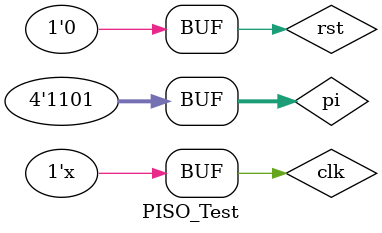
<source format=v>
`timescale 1ns / 1ps


module PISO_Test;

	// Inputs
	reg clk;
	reg rst;
	reg [3:0] pi;

	// Outputs
	wire so;

	// Instantiate the Unit Under Test (UUT)
	PISO uut (
		.clk(clk), 
		.rst(rst), 
		.pi(pi), 
		.so(so)
	);
	
	initial
	clk = 1'b1;
	always #10 clk = ~clk;
	initial begin
		// Initialize Inputs
		rst=1'b1; pi=4'b1101;
		#300 rst=1'b0;
		#200 rst=1'b1;
		#200 rst=1'b0;

		// Wait 100 ns for global reset to finish
        
		// Add stimulus here

	end
   
endmodule


</source>
